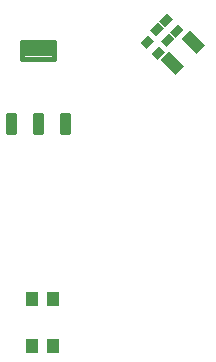
<source format=gbr>
G04 EAGLE Gerber RS-274X export*
G75*
%MOMM*%
%FSLAX34Y34*%
%LPD*%
%INSolderpaste Bottom*%
%IPPOS*%
%AMOC8*
5,1,8,0,0,1.08239X$1,22.5*%
G01*
%ADD10R,0.700000X0.900000*%
%ADD11R,1.000000X1.270000*%
%ADD12R,1.000000X1.800000*%
%ADD13C,0.232500*%
%ADD14C,0.460000*%


D10*
G36*
X224643Y260410D02*
X229592Y255461D01*
X223229Y249098D01*
X218280Y254047D01*
X224643Y260410D01*
G37*
G36*
X215451Y269602D02*
X220400Y264653D01*
X214037Y258290D01*
X209088Y263239D01*
X215451Y269602D01*
G37*
G36*
X232633Y271570D02*
X237582Y266621D01*
X231219Y260258D01*
X226270Y265207D01*
X232633Y271570D01*
G37*
G36*
X223441Y280762D02*
X228390Y275813D01*
X222027Y269450D01*
X217078Y274399D01*
X223441Y280762D01*
G37*
G36*
X240253Y279190D02*
X245202Y274241D01*
X238839Y267878D01*
X233890Y272827D01*
X240253Y279190D01*
G37*
G36*
X231061Y288382D02*
X236010Y283433D01*
X229647Y277070D01*
X224698Y282019D01*
X231061Y288382D01*
G37*
D11*
X116730Y46520D03*
X134730Y46520D03*
X116630Y6820D03*
X134730Y6820D03*
D12*
G36*
X245940Y243563D02*
X238869Y236492D01*
X226142Y249219D01*
X233213Y256290D01*
X245940Y243563D01*
G37*
G36*
X263618Y261241D02*
X256547Y254170D01*
X243820Y266897D01*
X250891Y273968D01*
X263618Y261241D01*
G37*
D13*
X148408Y203248D02*
X148408Y187172D01*
X141432Y187172D01*
X141432Y203248D01*
X148408Y203248D01*
X148408Y189381D02*
X141432Y189381D01*
X141432Y191590D02*
X148408Y191590D01*
X148408Y193799D02*
X141432Y193799D01*
X141432Y196008D02*
X148408Y196008D01*
X148408Y198217D02*
X141432Y198217D01*
X141432Y200426D02*
X148408Y200426D01*
X148408Y202635D02*
X141432Y202635D01*
X125408Y203248D02*
X125408Y187172D01*
X118432Y187172D01*
X118432Y203248D01*
X125408Y203248D01*
X125408Y189381D02*
X118432Y189381D01*
X118432Y191590D02*
X125408Y191590D01*
X125408Y193799D02*
X118432Y193799D01*
X118432Y196008D02*
X125408Y196008D01*
X125408Y198217D02*
X118432Y198217D01*
X118432Y200426D02*
X125408Y200426D01*
X125408Y202635D02*
X118432Y202635D01*
X102408Y203248D02*
X102408Y187172D01*
X95432Y187172D01*
X95432Y203248D01*
X102408Y203248D01*
X102408Y189381D02*
X95432Y189381D01*
X95432Y191590D02*
X102408Y191590D01*
X102408Y193799D02*
X95432Y193799D01*
X95432Y196008D02*
X102408Y196008D01*
X102408Y198217D02*
X95432Y198217D01*
X95432Y200426D02*
X102408Y200426D01*
X102408Y202635D02*
X95432Y202635D01*
D14*
X135570Y250010D02*
X135570Y263810D01*
X135570Y250010D02*
X108270Y250010D01*
X108270Y263810D01*
X135570Y263810D01*
X135570Y254380D02*
X108270Y254380D01*
X108270Y258750D02*
X135570Y258750D01*
X135570Y263120D02*
X108270Y263120D01*
M02*

</source>
